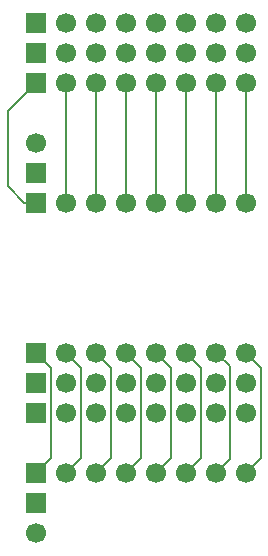
<source format=gbr>
%TF.SameCoordinates,Original*%
%TF.FileFunction,Copper,L2,Bot*%
%TF.FilePolarity,Positive*%
%FSLAX46Y46*%
G04 Gerber Fmt 4.6, Leading zero omitted, Abs format (unit mm)*
%MOMM*%
%LPD*%
G01*
G04 APERTURE LIST*
%TA.AperFunction,ComponentPad*%
%ADD10R,1.700000X1.700000*%
%TD*%
%TA.AperFunction,ComponentPad*%
%ADD11C,1.700000*%
%TD*%
%TA.AperFunction,Conductor*%
%ADD12C,0.200000*%
%TD*%
G04 APERTURE END LIST*
D10*
%TO.P,J9,1,Pin_1*%
%TO.N,GND*%
X127000000Y-66040000D03*
D11*
%TO.P,J9,2,Pin_2*%
X129540000Y-66040000D03*
%TO.P,J9,3,Pin_3*%
X132080000Y-66040000D03*
%TO.P,J9,4,Pin_4*%
X134620000Y-66040000D03*
%TO.P,J9,5,Pin_5*%
X137160000Y-66040000D03*
%TO.P,J9,6,Pin_6*%
X139700000Y-66040000D03*
%TO.P,J9,7,Pin_7*%
X142240000Y-66040000D03*
%TO.P,J9,8,Pin_8*%
X144780000Y-66040000D03*
%TD*%
D10*
%TO.P,J10,1,Pin_1*%
%TO.N,Net-(J10-Pin_1)*%
X127000000Y-68580000D03*
D11*
%TO.P,J10,2,Pin_2*%
X129540000Y-68580000D03*
%TO.P,J10,3,Pin_3*%
X132080000Y-68580000D03*
%TO.P,J10,4,Pin_4*%
X134620000Y-68580000D03*
%TO.P,J10,5,Pin_5*%
X137160000Y-68580000D03*
%TO.P,J10,6,Pin_6*%
X139700000Y-68580000D03*
%TO.P,J10,7,Pin_7*%
X142240000Y-68580000D03*
%TO.P,J10,8,Pin_8*%
X144780000Y-68580000D03*
%TD*%
D10*
%TO.P,J2,1,Pin_1*%
%TO.N,Net-(J1-Pin_1)*%
X127000000Y-40640000D03*
D11*
%TO.P,J2,2,Pin_2*%
%TO.N,Net-(J1-Pin_2)*%
X129540000Y-40640000D03*
%TO.P,J2,3,Pin_3*%
%TO.N,Net-(J1-Pin_3)*%
X132080000Y-40640000D03*
%TO.P,J2,4,Pin_4*%
%TO.N,Net-(J1-Pin_4)*%
X134620000Y-40640000D03*
%TO.P,J2,5,Pin_5*%
%TO.N,Net-(J1-Pin_5)*%
X137160000Y-40640000D03*
%TO.P,J2,6,Pin_6*%
%TO.N,Net-(J1-Pin_6)*%
X139700000Y-40640000D03*
%TO.P,J2,7,Pin_7*%
%TO.N,Net-(J1-Pin_7)*%
X142240000Y-40640000D03*
%TO.P,J2,8,Pin_8*%
%TO.N,Net-(J1-Pin_8)*%
X144780000Y-40640000D03*
%TD*%
D10*
%TO.P,J7,1,Pin_1*%
%TO.N,Net-(J6-Pin_1)*%
X127000000Y-63500000D03*
D11*
%TO.P,J7,2,Pin_2*%
%TO.N,Net-(J6-Pin_2)*%
X129540000Y-63500000D03*
%TO.P,J7,3,Pin_3*%
%TO.N,Net-(J6-Pin_3)*%
X132080000Y-63500000D03*
%TO.P,J7,4,Pin_4*%
%TO.N,Net-(J6-Pin_4)*%
X134620000Y-63500000D03*
%TO.P,J7,5,Pin_5*%
%TO.N,Net-(J6-Pin_5)*%
X137160000Y-63500000D03*
%TO.P,J7,6,Pin_6*%
%TO.N,Net-(J6-Pin_6)*%
X139700000Y-63500000D03*
%TO.P,J7,7,Pin_7*%
%TO.N,Net-(J6-Pin_7)*%
X142240000Y-63500000D03*
%TO.P,J7,8,Pin_8*%
%TO.N,Net-(J6-Pin_8)*%
X144780000Y-63500000D03*
%TD*%
D10*
%TO.P,J5,1,Pin_1*%
%TO.N,Net-(J3-Pin_2)*%
X127000000Y-35560000D03*
D11*
%TO.P,J5,2,Pin_2*%
X129540000Y-35560000D03*
%TO.P,J5,3,Pin_3*%
X132080000Y-35560000D03*
%TO.P,J5,4,Pin_4*%
X134620000Y-35560000D03*
%TO.P,J5,5,Pin_5*%
X137160000Y-35560000D03*
%TO.P,J5,6,Pin_6*%
X139700000Y-35560000D03*
%TO.P,J5,7,Pin_7*%
X142240000Y-35560000D03*
%TO.P,J5,8,Pin_8*%
X144780000Y-35560000D03*
%TD*%
D10*
%TO.P,J4,1,Pin_1*%
%TO.N,GND*%
X127000000Y-38100000D03*
D11*
%TO.P,J4,2,Pin_2*%
X129540000Y-38100000D03*
%TO.P,J4,3,Pin_3*%
X132080000Y-38100000D03*
%TO.P,J4,4,Pin_4*%
X134620000Y-38100000D03*
%TO.P,J4,5,Pin_5*%
X137160000Y-38100000D03*
%TO.P,J4,6,Pin_6*%
X139700000Y-38100000D03*
%TO.P,J4,7,Pin_7*%
X142240000Y-38100000D03*
%TO.P,J4,8,Pin_8*%
X144780000Y-38100000D03*
%TD*%
D10*
%TO.P,J6,1,Pin_1*%
%TO.N,Net-(J6-Pin_1)*%
X127000000Y-73660000D03*
D11*
%TO.P,J6,2,Pin_2*%
%TO.N,Net-(J6-Pin_2)*%
X129540000Y-73660000D03*
%TO.P,J6,3,Pin_3*%
%TO.N,Net-(J6-Pin_3)*%
X132080000Y-73660000D03*
%TO.P,J6,4,Pin_4*%
%TO.N,Net-(J6-Pin_4)*%
X134620000Y-73660000D03*
%TO.P,J6,5,Pin_5*%
%TO.N,Net-(J6-Pin_5)*%
X137160000Y-73660000D03*
%TO.P,J6,6,Pin_6*%
%TO.N,Net-(J6-Pin_6)*%
X139700000Y-73660000D03*
%TO.P,J6,7,Pin_7*%
%TO.N,Net-(J6-Pin_7)*%
X142240000Y-73660000D03*
%TO.P,J6,8,Pin_8*%
%TO.N,Net-(J6-Pin_8)*%
X144780000Y-73660000D03*
%TD*%
D10*
%TO.P,J1,1,Pin_1*%
%TO.N,Net-(J1-Pin_1)*%
X127000000Y-50800000D03*
D11*
%TO.P,J1,2,Pin_2*%
%TO.N,Net-(J1-Pin_2)*%
X129540000Y-50800000D03*
%TO.P,J1,3,Pin_3*%
%TO.N,Net-(J1-Pin_3)*%
X132080000Y-50800000D03*
%TO.P,J1,4,Pin_4*%
%TO.N,Net-(J1-Pin_4)*%
X134620000Y-50800000D03*
%TO.P,J1,5,Pin_5*%
%TO.N,Net-(J1-Pin_5)*%
X137160000Y-50800000D03*
%TO.P,J1,6,Pin_6*%
%TO.N,Net-(J1-Pin_6)*%
X139700000Y-50800000D03*
%TO.P,J1,7,Pin_7*%
%TO.N,Net-(J1-Pin_7)*%
X142240000Y-50800000D03*
%TO.P,J1,8,Pin_8*%
%TO.N,Net-(J1-Pin_8)*%
X144780000Y-50800000D03*
%TD*%
D10*
%TO.P,J8,1,Pin_1*%
%TO.N,GND*%
X127000000Y-76200000D03*
D11*
%TO.P,J8,2,Pin_2*%
%TO.N,Net-(J10-Pin_1)*%
X127000000Y-78740000D03*
%TD*%
D10*
%TO.P,J3,1,Pin_1*%
%TO.N,GND*%
X127000000Y-48260000D03*
D11*
%TO.P,J3,2,Pin_2*%
%TO.N,Net-(J3-Pin_2)*%
X127000000Y-45720000D03*
%TD*%
D12*
%TO.N,Net-(J1-Pin_8)*%
X144780000Y-50800000D02*
X144780000Y-40640000D01*
%TO.N,Net-(J1-Pin_3)*%
X132080000Y-50800000D02*
X132080000Y-40640000D01*
%TO.N,Net-(J1-Pin_5)*%
X137160000Y-40640000D02*
X137160000Y-50800000D01*
%TO.N,Net-(J1-Pin_1)*%
X127000000Y-40640000D02*
X124587000Y-43053000D01*
X125984000Y-50800000D02*
X127000000Y-50800000D01*
X124587000Y-49403000D02*
X125984000Y-50800000D01*
X124587000Y-43053000D02*
X124587000Y-49403000D01*
%TO.N,Net-(J1-Pin_7)*%
X142240000Y-50800000D02*
X142240000Y-40640000D01*
%TO.N,Net-(J1-Pin_2)*%
X129540000Y-40640000D02*
X129540000Y-50800000D01*
%TO.N,Net-(J1-Pin_6)*%
X139700000Y-50800000D02*
X139700000Y-40640000D01*
%TO.N,Net-(J1-Pin_4)*%
X134620000Y-40640000D02*
X134620000Y-50800000D01*
%TO.N,Net-(J6-Pin_7)*%
X143390000Y-64650000D02*
X143390000Y-72510000D01*
X143390000Y-72510000D02*
X142240000Y-73660000D01*
X142240000Y-63500000D02*
X143390000Y-64650000D01*
%TO.N,Net-(J6-Pin_6)*%
X140970000Y-64770000D02*
X140970000Y-72390000D01*
X139700000Y-63500000D02*
X140970000Y-64770000D01*
X140970000Y-72390000D02*
X139700000Y-73660000D01*
%TO.N,Net-(J6-Pin_4)*%
X135890000Y-72390000D02*
X134620000Y-73660000D01*
X135890000Y-64770000D02*
X135890000Y-72390000D01*
X134620000Y-63500000D02*
X135890000Y-64770000D01*
%TO.N,Net-(J6-Pin_8)*%
X146050000Y-64770000D02*
X146050000Y-72390000D01*
X146050000Y-72390000D02*
X144780000Y-73660000D01*
X144780000Y-63500000D02*
X146050000Y-64770000D01*
%TO.N,Net-(J6-Pin_5)*%
X138430000Y-72390000D02*
X137160000Y-73660000D01*
X137160000Y-63500000D02*
X138430000Y-64770000D01*
X138430000Y-64770000D02*
X138430000Y-72390000D01*
%TO.N,Net-(J6-Pin_3)*%
X133350000Y-64770000D02*
X133350000Y-72390000D01*
X133350000Y-72390000D02*
X132080000Y-73660000D01*
X132080000Y-63500000D02*
X133350000Y-64770000D01*
%TO.N,Net-(J6-Pin_1)*%
X127000000Y-63500000D02*
X128270000Y-64770000D01*
X128270000Y-72390000D02*
X127000000Y-73660000D01*
X128270000Y-64770000D02*
X128270000Y-72390000D01*
%TO.N,Net-(J6-Pin_2)*%
X129540000Y-63500000D02*
X130810000Y-64770000D01*
X130810000Y-64770000D02*
X130810000Y-72390000D01*
X130810000Y-72390000D02*
X129540000Y-73660000D01*
%TD*%
M02*

</source>
